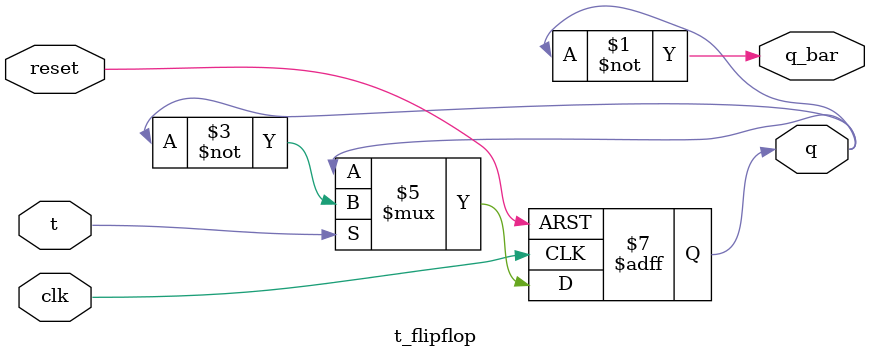
<source format=v>
module t_flipflop(
    input clk,      // Clock signal
    input reset,    // Asynchronous reset (active high)
    input t,        // Toggle input
    output reg q,   // Output
    output q_bar    // Inverted output
);
    // Inverted output
    assign q_bar = ~q;
    
    // T Flip-Flop behavior
    always @(posedge clk or posedge reset) begin
        if (reset) begin
            q <= 1'b0;          // Reset: Q = 0
        end else begin
            if (t) begin
                q <= ~q;        // Toggle: Q = !Q
            end else begin
                q <= q;         // Hold: Q unchanged
            end
        end
    end
    
    // Alternative implementation (more concise):
    // always @(posedge clk or posedge reset) begin
    //     if (reset)
    //         q <= 1'b0;
    //     else
    //         q <= t ? ~q : q;  // Ternary operator
    // end
    
endmodule
</source>
